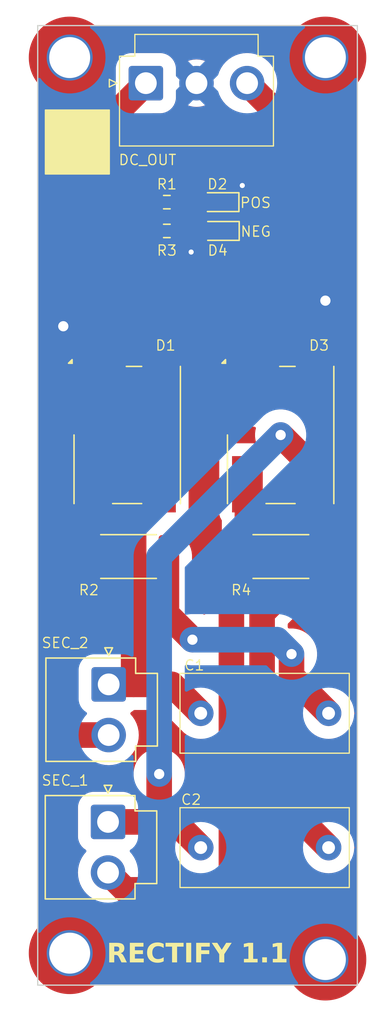
<source format=kicad_pcb>
(kicad_pcb (version 20240108) (generator "pcbnew") (generator_version "8.0")
  (layers (0 "F.Cu" signal) (31 "B.Cu" signal) (34 "B.Paste" user) (35 "F.Paste" user) (36 "B.SilkS" user "B.Silkscreen") (37 "F.SilkS" user "F.Silkscreen") (38 "B.Mask" user) (39 "F.Mask" user) (44 "Edge.Cuts" user))
  (net 0 "")
  (net 1 "PGND")
  (net 2 "VPOUT")
  (net 3 "VPOS")
  (net 4 "VNEGNEG")
  (net 5 "Net-(C1-Pad2)")
  (net 6 "VMOUT")
  (net 7 "Net-(C2-Pad2)")
  (net 8 "Net-(D2-A)")
  (net 9 "VNEG")
  (net 10 "VPOSNEG")
  (net 11 "Net-(D4-A)")
  (footprint "LED_SMD:LED_0603_1608Metric_Pad1.05x0.95mm_HandSolder" (layer "F.Cu") (at 114.1 96.05 180)
    (property "Reference" "D4" (at 0.025 -1.53 0) (layer "F.SilkS") (effects (font (size 0.8 0.8) (thickness 0.1))))
    (property "Value" "BLUE")
    (fp_line (start 0.8 -0.735) (end -1.66 -0.735) (stroke (width 0.12)) (layer "F.SilkS"))
    (fp_line (start -1.66 0.735) (end 0.8 0.735) (stroke (width 0.12)) (layer "F.SilkS"))
    (fp_line (start -1.66 -0.735) (end -1.66 0.735) (stroke (width 0.12)) (layer "F.SilkS"))
    (pad "1" smd roundrect (at -0.875 0 180) (size 1.05 0.95) (layers "F.Cu" "F.Paste" "F.Mask") (net 6 "VMOUT"))
    (pad "2" smd roundrect (at 0.875 0 180) (size 1.05 0.95) (layers "F.Cu" "F.Paste" "F.Mask") (net 11 "Net-(D4-A)"))
  )
  (footprint "MountingHole:MountingHole_3.2mm_M3_Pad_TopOnly" (layer "F.Cu") (at 122.5 82.5)
    (property "Reference" "H4" (hide yes))
    (property "Value" "MountingHole")
    (pad "1" thru_hole circle (at 0 0) (size 3.6 3.6) (drill 3.2) (layers "*.Cu" "*.Mask"))
    (pad "1" connect circle (at 0 0) (size 6.4 6.4) (layers "F.Cu" "F.Mask"))
  )
  (footprint "Connector_JST:JST_VH_B2P-VH-B_1x02_P3.96mm_Vertical" (layer "F.Cu") (at 105.5 142.2425 -90)
    (property "Reference" "J3" (hide yes))
    (property "Value" "Conn_01x02_Male")
    (fp_line (start -2.06 4.91) (end -2.06 -2.11) (stroke (width 0.12)) (layer "F.SilkS"))
    (fp_line (start 6.02 4.91) (end -2.06 4.91) (stroke (width 0.12)) (layer "F.SilkS"))
    (fp_line (start -2.86 0.3) (end -2.86 -0.3) (stroke (width 0.12)) (layer "F.SilkS"))
    (fp_line (start -2.26 0) (end -2.86 0.3) (stroke (width 0.12)) (layer "F.SilkS"))
    (fp_line (start -2.86 -0.3) (end -2.26 0) (stroke (width 0.12)) (layer "F.SilkS"))
    (fp_line (start -2.06 -2.11) (end -0.86 -2.11) (stroke (width 0.12)) (layer "F.SilkS"))
    (fp_line (start -0.86 -2.11) (end -0.86 -3.81) (stroke (width 0.12)) (layer "F.SilkS"))
    (fp_line (start 4.82 -2.11) (end 6.02 -2.11) (stroke (width 0.12)) (layer "F.SilkS"))
    (fp_line (start 6.02 -2.11) (end 6.02 4.91) (stroke (width 0.12)) (layer "F.SilkS"))
    (fp_line (start -0.86 -3.81) (end 4.82 -3.81) (stroke (width 0.12)) (layer "F.SilkS"))
    (fp_line (start 4.82 -3.81) (end 4.82 -2.11) (stroke (width 0.12)) (layer "F.SilkS"))
    (pad "1" thru_hole roundrect (at 0 0 270) (size 2.7 2.7) (drill 1.7) (layers "*.Cu" "*.Mask") (roundrect_rratio 0.09259296296) (net 9 "VNEG"))
    (pad "2" thru_hole circle (at 3.96 0 270) (size 2.7 2.7) (drill 1.7) (layers "*.Cu" "*.Mask") (net 4 "VNEGNEG"))
  )
  (footprint "MountingHole:MountingHole_3.2mm_M3_Pad_TopOnly" (layer "F.Cu") (at 102.5 152.5)
    (property "Reference" "H2" (hide yes))
    (property "Value" "MountingHole")
    (pad "1" thru_hole circle (at 0 0) (size 3.6 3.6) (drill 3.2) (layers "*.Cu" "*.Mask"))
    (pad "1" connect circle (at 0 0) (size 6.4 6.4) (layers "F.Cu" "F.Mask"))
  )
  (footprint "Resistor_SMD:R_2512_6332Metric" (layer "F.Cu") (at 107.105 121.5 180)
    (property "Reference" "R2" (at 3.105 -2.62 0) (layer "F.SilkS") (effects (font (size 0.8 0.8) (thickness 0.1))))
    (property "Value" "10R 2W")
    (fp_line (start -2.177064 1.71) (end 2.177064 1.71) (stroke (width 0.12)) (layer "F.SilkS"))
    (fp_line (start -2.177064 -1.71) (end 2.177064 -1.71) (stroke (width 0.12)) (layer "F.SilkS"))
    (pad "1" smd roundrect (at -2.9625 0 180) (size 1.225 3.35) (layers "F.Cu" "F.Paste" "F.Mask") (roundrect_rratio 0.204082) (net 5 "Net-(C1-Pad2)"))
    (pad "2" smd roundrect (at 2.9625 0 180) (size 1.225 3.35) (layers "F.Cu" "F.Paste" "F.Mask") (roundrect_rratio 0.204082) (net 10 "VPOSNEG"))
  )
  (footprint "Capacitor_THT:C_Rect_L13.0mm_W6.0mm_P10.00mm_FKS3_FKP3_MKS4" (layer "F.Cu") (at 112.75 133.75)
    (property "Reference" "C1" (at -0.5 -3.75 0) (layer "F.SilkS") (effects (font (size 0.8 0.8) (thickness 0.1))))
    (property "Value" "100N")
    (fp_line (start -1.62 -3.12) (end -1.62 3.12) (stroke (width 0.1)) (layer "F.SilkS"))
    (fp_line (start -1.62 -3.12) (end 11.62 -3.12) (stroke (width 0.1)) (layer "F.SilkS"))
    (fp_line (start -1.62 3.12) (end 11.62 3.12) (stroke (width 0.1)) (layer "F.SilkS"))
    (fp_line (start 11.62 -3.12) (end 11.62 3.12) (stroke (width 0.1)) (layer "F.SilkS"))
    (pad "1" thru_hole circle (at 0 0) (size 2 2) (drill 1) (layers "*.Cu" "*.Mask") (net 3 "VPOS"))
    (pad "2" thru_hole circle (at 10 0) (size 2 2) (drill 1) (layers "*.Cu" "*.Mask") (net 5 "Net-(C1-Pad2)"))
  )
  (footprint "Connector_JST:JST_VH_B2P-VH-B_1x02_P3.96mm_Vertical" (layer "F.Cu") (at 105.55 131.4925 -90)
    (property "Reference" "J2" (hide yes))
    (property "Value" "Conn_01x02_Male")
    (fp_line (start -2.06 4.91) (end -2.06 -2.11) (stroke (width 0.12)) (layer "F.SilkS"))
    (fp_line (start 6.02 4.91) (end -2.06 4.91) (stroke (width 0.12)) (layer "F.SilkS"))
    (fp_line (start -2.86 0.3) (end -2.86 -0.3) (stroke (width 0.12)) (layer "F.SilkS"))
    (fp_line (start -2.26 0) (end -2.86 0.3) (stroke (width 0.12)) (layer "F.SilkS"))
    (fp_line (start -2.86 -0.3) (end -2.26 0) (stroke (width 0.12)) (layer "F.SilkS"))
    (fp_line (start -2.06 -2.11) (end -0.86 -2.11) (stroke (width 0.12)) (layer "F.SilkS"))
    (fp_line (start -0.86 -2.11) (end -0.86 -3.81) (stroke (width 0.12)) (layer "F.SilkS"))
    (fp_line (start 4.82 -2.11) (end 6.02 -2.11) (stroke (width 0.12)) (layer "F.SilkS"))
    (fp_line (start 6.02 -2.11) (end 6.02 4.91) (stroke (width 0.12)) (layer "F.SilkS"))
    (fp_line (start -0.86 -3.81) (end 4.82 -3.81) (stroke (width 0.12)) (layer "F.SilkS"))
    (fp_line (start 4.82 -3.81) (end 4.82 -2.11) (stroke (width 0.12)) (layer "F.SilkS"))
    (pad "1" thru_hole roundrect (at 0 0 270) (size 2.7 2.7) (drill 1.7) (layers "*.Cu" "*.Mask") (roundrect_rratio 0.09259296296) (net 3 "VPOS"))
    (pad "2" thru_hole circle (at 3.96 0 270) (size 2.7 2.7) (drill 1.7) (layers "*.Cu" "*.Mask") (net 10 "VPOSNEG"))
  )
  (footprint "Resistor_SMD:R_0603_1608Metric_Pad0.98x0.95mm_HandSolder" (layer "F.Cu") (at 110.1 96.05)
    (property "Reference" "R3" (at 0 1.53 0) (layer "F.SilkS") (effects (font (size 0.8 0.8) (thickness 0.1))))
    (property "Value" "16K")
    (fp_line (start -0.254724 -0.5225) (end 0.254724 -0.5225) (stroke (width 0.12)) (layer "F.SilkS"))
    (fp_line (start -0.254724 0.5225) (end 0.254724 0.5225) (stroke (width 0.12)) (layer "F.SilkS"))
    (pad "1" smd roundrect (at -0.9125 0) (size 0.975 0.95) (layers "F.Cu" "F.Paste" "F.Mask") (net 1 "PGND"))
    (pad "2" smd roundrect (at 0.9125 0) (size 0.975 0.95) (layers "F.Cu" "F.Paste" "F.Mask") (net 11 "Net-(D4-A)"))
  )
  (footprint "Resistor_SMD:R_0603_1608Metric_Pad0.98x0.95mm_HandSolder" (layer "F.Cu") (at 110.1 93.8)
    (property "Reference" "R1" (at 0 -1.4 0) (layer "F.SilkS") (effects (font (size 0.8 0.8) (thickness 0.1))))
    (property "Value" "16K")
    (fp_line (start -0.254724 -0.5225) (end 0.254724 -0.5225) (stroke (width 0.12)) (layer "F.SilkS"))
    (fp_line (start -0.254724 0.5225) (end 0.254724 0.5225) (stroke (width 0.12)) (layer "F.SilkS"))
    (pad "1" smd roundrect (at -0.9125 0) (size 0.975 0.95) (layers "F.Cu" "F.Paste" "F.Mask") (net 2 "VPOUT"))
    (pad "2" smd roundrect (at 0.9125 0) (size 0.975 0.95) (layers "F.Cu" "F.Paste" "F.Mask") (net 8 "Net-(D2-A)"))
  )
  (footprint "Capacitor_THT:C_Rect_L13.0mm_W6.0mm_P10.00mm_FKS3_FKP3_MKS4" (layer "F.Cu") (at 112.75 144.25)
    (property "Reference" "C2" (at -0.75 -3.75 0) (layer "F.SilkS") (effects (font (size 0.8 0.8) (thickness 0.1))))
    (property "Value" "100N")
    (fp_line (start -1.62 -3.12) (end -1.62 3.12) (stroke (width 0.1)) (layer "F.SilkS"))
    (fp_line (start -1.62 -3.12) (end 11.62 -3.12) (stroke (width 0.1)) (layer "F.SilkS"))
    (fp_line (start -1.62 3.12) (end 11.62 3.12) (stroke (width 0.1)) (layer "F.SilkS"))
    (fp_line (start 11.62 -3.12) (end 11.62 3.12) (stroke (width 0.1)) (layer "F.SilkS"))
    (pad "1" thru_hole circle (at 0 0) (size 2 2) (drill 1) (layers "*.Cu" "*.Mask") (net 9 "VNEG"))
    (pad "2" thru_hole circle (at 10 0) (size 2 2) (drill 1) (layers "*.Cu" "*.Mask") (net 7 "Net-(C2-Pad2)"))
  )
  (footprint "Diode_SMD:Diode_Bridge_Bourns_CD-DF4xxS" (layer "F.Cu") (at 107 112)
    (property "Reference" "D1" (at 3 -7 0) (layer "F.SilkS") (effects (font (size 0.8 0.8) (thickness 0.1))))
    (property "Value" "652-CD-DF408SL")
    (fp_line (start -4.16 0) (end -4.16 5.36) (stroke (width 0.12)) (layer "F.SilkS"))
    (fp_line (start -1.14 5.36) (end 1.13 5.36) (stroke (width 0.12)) (layer "F.SilkS"))
    (fp_line (start -0.07 -5.36) (end 1.13 -5.36) (stroke (width 0.12)) (layer "F.SilkS"))
    (fp_line (start 4.16 -5.36) (end 4.16 5.36) (stroke (width 0.12)) (layer "F.SilkS"))
    (fp_poly (pts (xy -4.31 -5.61) (xy -4.59 -5.61) (xy -4.31 -5.89) (xy -4.31 -5.61)) (stroke (width 0.12)) (fill solid) (layer "F.SilkS"))
    (pad "1" smd rect (at 2.6 -3.85) (size 2.4 4.4) (layers "F.Cu" "F.Paste" "F.Mask") (net 2 "VPOUT"))
    (pad "2" smd rect (at 2.6 3.85) (size 2.4 4.4) (layers "F.Cu" "F.Paste" "F.Mask") (net 3 "VPOS"))
    (pad "3" smd rect (at -2.6 -3.85) (size 2.4 4.4) (layers "F.Cu" "F.Paste" "F.Mask") (net 1 "PGND"))
    (pad "4" smd rect (at -2.6 3.85) (size 2.4 4.4) (layers "F.Cu" "F.Paste" "F.Mask") (net 10 "VPOSNEG"))
  )
  (footprint "Diode_SMD:Diode_Bridge_Bourns_CD-DF4xxS" (layer "F.Cu") (at 119 112)
    (property "Reference" "D3" (at 3 -7 0) (layer "F.SilkS") (effects (font (size 0.8 0.8) (thickness 0.1))))
    (property "Value" "652-CD-DF408SL")
    (fp_line (start -4.16 0) (end -4.16 5.36) (stroke (width 0.12)) (layer "F.SilkS"))
    (fp_line (start -1.14 5.36) (end 1.13 5.36) (stroke (width 0.12)) (layer "F.SilkS"))
    (fp_line (start -0.07 -5.36) (end 1.13 -5.36) (stroke (width 0.12)) (layer "F.SilkS"))
    (fp_line (start 4.16 -5.36) (end 4.16 5.36) (stroke (width 0.12)) (layer "F.SilkS"))
    (fp_poly (pts (xy -4.31 -5.61) (xy -4.59 -5.61) (xy -4.31 -5.89) (xy -4.31 -5.61)) (stroke (width 0.12)) (fill solid) (layer "F.SilkS"))
    (pad "1" smd rect (at 2.6 -3.85) (size 2.4 4.4) (layers "F.Cu" "F.Paste" "F.Mask") (net 1 "PGND"))
    (pad "2" smd rect (at 2.6 3.85) (size 2.4 4.4) (layers "F.Cu" "F.Paste" "F.Mask") (net 9 "VNEG"))
    (pad "3" smd rect (at -2.6 -3.85) (size 2.4 4.4) (layers "F.Cu" "F.Paste" "F.Mask") (net 6 "VMOUT"))
    (pad "4" smd rect (at -2.6 3.85) (size 2.4 4.4) (layers "F.Cu" "F.Paste" "F.Mask") (net 4 "VNEGNEG"))
  )
  (footprint "LED_SMD:LED_0603_1608Metric_Pad1.05x0.95mm_HandSolder" (layer "F.Cu") (at 114.075 93.8 180)
    (property "Reference" "D2" (at 0.025 1.4 0) (layer "F.SilkS") (effects (font (size 0.8 0.8) (thickness 0.1))))
    (property "Value" "YELLOW")
    (fp_line (start 0.8 -0.735) (end -1.66 -0.735) (stroke (width 0.12)) (layer "F.SilkS"))
    (fp_line (start -1.66 0.735) (end 0.8 0.735) (stroke (width 0.12)) (layer "F.SilkS"))
    (fp_line (start -1.66 -0.735) (end -1.66 0.735) (stroke (width 0.12)) (layer "F.SilkS"))
    (pad "1" smd roundrect (at -0.875 0 180) (size 1.05 0.95) (layers "F.Cu" "F.Paste" "F.Mask") (net 1 "PGND"))
    (pad "2" smd roundrect (at 0.875 0 180) (size 1.05 0.95) (layers "F.Cu" "F.Paste" "F.Mask") (net 8 "Net-(D2-A)"))
  )
  (footprint "MountingHole:MountingHole_3.2mm_M3_Pad_TopOnly" (layer "F.Cu") (at 122.5 153)
    (property "Reference" "H1" (hide yes))
    (property "Value" "MountingHole")
    (pad "1" thru_hole circle (at 0 0) (size 3.6 3.6) (drill 3.2) (layers "*.Cu" "*.Mask"))
    (pad "1" connect circle (at 0 0) (size 6.4 6.4) (layers "F.Cu" "F.Mask"))
  )
  (footprint "Connector_JST:JST_VH_B3P-VH_1x03_P3.96mm_Vertical" (layer "F.Cu") (at 108.4575 84.5)
    (property "Reference" "J1" (hide yes))
    (property "Value" "Conn_01x03_Male")
    (fp_line (start -2.86 -0.3) (end -2.26 0) (stroke (width 0.1)) (layer "F.SilkS"))
    (fp_line (start -2.86 0.3) (end -2.86 -0.3) (stroke (width 0.1)) (layer "F.SilkS"))
    (fp_line (start -2.26 0) (end -2.86 0.3) (stroke (width 0.1)) (layer "F.SilkS"))
    (fp_line (start -2.06 -2.11) (end -0.86 -2.11) (stroke (width 0.1)) (layer "F.SilkS"))
    (fp_line (start -2.06 4.91) (end -2.06 -2.11) (stroke (width 0.1)) (layer "F.SilkS"))
    (fp_line (start -0.86 -3.81) (end 8.78 -3.81) (stroke (width 0.1)) (layer "F.SilkS"))
    (fp_line (start -0.86 -2.11) (end -0.86 -3.81) (stroke (width 0.1)) (layer "F.SilkS"))
    (fp_line (start 8.78 -3.81) (end 8.78 -2.11) (stroke (width 0.1)) (layer "F.SilkS"))
    (fp_line (start 8.78 -2.11) (end 9.98 -2.11) (stroke (width 0.1)) (layer "F.SilkS"))
    (fp_line (start 9.98 -2.11) (end 9.98 4.91) (stroke (width 0.1)) (layer "F.SilkS"))
    (fp_line (start 9.98 4.91) (end -2.06 4.91) (stroke (width 0.1)) (layer "F.SilkS"))
    (pad "1" thru_hole roundrect (at 0 0) (size 2.7 2.7) (drill 1.7) (layers "*.Cu" "*.Mask") (roundrect_rratio 0.09259296296) (net 2 "VPOUT"))
    (pad "2" thru_hole circle (at 3.96 0) (size 2.7 2.7) (drill 1.7) (layers "*.Cu" "*.Mask") (net 1 "PGND"))
    (pad "3" thru_hole circle (at 7.92 0) (size 2.7 2.7) (drill 1.7) (layers "*.Cu" "*.Mask") (net 6 "VMOUT"))
  )
  (footprint "Resistor_SMD:R_2512_6332Metric" (layer "F.Cu") (at 119.02 121.5 180)
    (property "Reference" "R4" (at 3.105 -2.62 0) (layer "F.SilkS") (effects (font (size 0.8 0.8) (thickness 0.1))))
    (property "Value" "10R 2W")
    (fp_line (start -2.177064 1.71) (end 2.177064 1.71) (stroke (width 0.12)) (layer "F.SilkS"))
    (fp_line (start -2.177064 -1.71) (end 2.177064 -1.71) (stroke (width 0.12)) (layer "F.SilkS"))
    (pad "1" smd roundrect (at -2.9625 0 180) (size 1.225 3.35) (layers "F.Cu" "F.Paste" "F.Mask") (roundrect_rratio 0.204082) (net 7 "Net-(C2-Pad2)"))
    (pad "2" smd roundrect (at 2.9625 0 180) (size 1.225 3.35) (layers "F.Cu" "F.Paste" "F.Mask") (roundrect_rratio 0.204082) (net 4 "VNEGNEG"))
  )
  (footprint "MountingHole:MountingHole_3.2mm_M3_Pad_TopOnly" (layer "F.Cu") (at 102.5 82.5)
    (property "Reference" "H3" (hide yes))
    (property "Value" "MountingHole")
    (pad "1" thru_hole circle (at 0 0) (size 3.6 3.6) (drill 3.2) (layers "*.Cu" "*.Mask"))
    (pad "1" connect circle (at 0 0) (size 6.4 6.4) (layers "F.Cu" "F.Mask"))
  )
  (gr_rect (start 100.6 86.6) (end 105.6 91.6) (stroke (width 0.1)) (fill solid) (layer "F.SilkS"))
  (gr_line (start 100 80) (end 125 80) (stroke (width 0.1)) (layer "Edge.Cuts"))
  (gr_line (start 125 155) (end 100 155) (stroke (width 0.1)) (layer "Edge.Cuts"))
  (gr_line (start 100 155) (end 100 80) (stroke (width 0.1)) (layer "Edge.Cuts"))
  (gr_line (start 125 80) (end 125 155) (stroke (width 0.1)) (layer "Edge.Cuts"))
  (gr_text "RECTIFY 1.1" (at 112.5 152.6 0) (layer "F.SilkS") (effects (font (size 1.5 1.5) (thickness 0.1) (bold yes))))
  (gr_text "DC_OUT" (at 110.9 90.5 0) (layer "F.SilkS") (effects (font (size 0.8 0.8) (thickness 0.1)) (justify right)))
  (gr_text "SEC_2" (at 100.25 128.25 0) (layer "F.SilkS") (effects (font (size 0.8 0.8) (thickness 0.1)) (justify left)))
  (gr_text "POS" (at 118.3 93.85 0) (layer "F.SilkS") (effects (font (size 0.8 0.8) (thickness 0.1)) (justify right)))
  (gr_text "SEC_1" (at 100.25 139 0) (layer "F.SilkS") (effects (font (size 0.8 0.8) (thickness 0.1)) (justify left)))
  (gr_text "NEG\n" (at 118.3 96.1 0) (layer "F.SilkS") (effects (font (size 0.8 0.8) (thickness 0.1)) (justify right)))
  (segment (start 114.95 93.55) (end 116 92.5) (width 0.4) (layer "F.Cu") (net 1))
  (segment (start 114.95 93.8) (end 114.95 93.55) (width 0.4) (layer "F.Cu") (net 1))
  (segment (start 109.1875 96.05) (end 110.8375 97.7) (width 0.4) (layer "F.Cu") (net 1))
  (segment (start 104.4 108.15) (end 104.4 105.9) (width 2) (layer "F.Cu") (net 1))
  (segment (start 104.4 105.9) (end 102 103.5) (width 2) (layer "F.Cu") (net 1))
  (segment (start 121.6 102.4) (end 122.5 101.5) (width 2) (layer "F.Cu") (net 1))
  (segment (start 121.6 108.15) (end 121.6 102.4) (width 2) (layer "F.Cu") (net 1))
  (segment (start 110.8375 97.7) (end 112 97.7) (width 0.4) (layer "F.Cu") (net 1))
  (via (at 116 92.5) (size 0.8) (drill 0.4) (layers "F.Cu" "B.Cu") (net 1))
  (via (at 102 103.5) (size 1.5) (drill 0.8) (layers "F.Cu" "B.Cu") (net 1))
  (via (at 122.5 101.5) (size 1.5) (drill 0.8) (layers "F.Cu" "B.Cu") (net 1))
  (via (at 112 97.7) (size 0.8) (drill 0.4) (layers "F.Cu" "B.Cu") (net 1))
  (segment (start 106 94) (end 106 86.9575) (width 2) (layer "F.Cu") (net 2))
  (segment (start 106.25 93.75) (end 106 94) (width 0.4) (layer "F.Cu") (net 2))
  (segment (start 106 94) (end 106 103.55) (width 2) (layer "F.Cu") (net 2))
  (segment (start 109.1375 93.75) (end 106.25 93.75) (width 0.4) (layer "F.Cu") (net 2))
  (segment (start 106 86.9575) (end 108.4575 84.5) (width 2) (layer "F.Cu") (net 2))
  (segment (start 106 103.55) (end 109.6 107.15) (width 2) (layer "F.Cu") (net 2))
  (segment (start 109.6 107.15) (end 109.6 108.15) (width 2) (layer "F.Cu") (net 2))
  (segment (start 109.6 115.85) (end 107.5 117.95) (width 2) (layer "F.Cu") (net 3))
  (segment (start 105.55 131.4925) (end 107.5 131.4925) (width 2) (layer "F.Cu") (net 3))
  (segment (start 107.5 117.95) (end 107.5 131.4925) (width 2) (layer "F.Cu") (net 3))
  (segment (start 107.5 131.4925) (end 110.4925 131.4925) (width 2) (layer "F.Cu") (net 3))
  (segment (start 110.4925 131.4925) (end 112.75 133.75) (width 2) (layer "F.Cu") (net 3))
  (segment (start 105.5 146.2025) (end 106.85 147.5525) (width 2) (layer "F.Cu") (net 4))
  (segment (start 116.4 121.1575) (end 115.15 122.4075) (width 2) (layer "F.Cu") (net 4))
  (segment (start 115.15 146.35) (end 115.15 122.4075) (width 2) (layer "F.Cu") (net 4))
  (segment (start 115.15 122.4075) (end 116.0575 121.5) (width 2) (layer "F.Cu") (net 4))
  (segment (start 113.9475 147.5525) (end 115.15 146.35) (width 2) (layer "F.Cu") (net 4))
  (segment (start 116.4 115.85) (end 116.4 121.1575) (width 2) (layer "F.Cu") (net 4))
  (segment (start 106.85 147.5525) (end 113.9475 147.5525) (width 2) (layer "F.Cu") (net 4))
  (segment (start 110.0675 125.9675) (end 112.1 128) (width 2) (layer "F.Cu") (net 5))
  (segment (start 119.85 130.85) (end 119.85 129.126346) (width 2) (layer "F.Cu") (net 5))
  (segment (start 122.75 133.75) (end 119.85 130.85) (width 2) (layer "F.Cu") (net 5))
  (segment (start 110.0675 121.5) (end 110.0675 125.9675) (width 2) (layer "F.Cu") (net 5))
  (via (at 112.1 128) (size 1.5) (drill 0.8) (layers "F.Cu" "B.Cu") (net 5))
  (via (at 119.85 129.126346) (size 1.5) (drill 0.8) (layers "F.Cu" "B.Cu") (net 5))
  (segment (start 112.1 128) (end 118.723654 128) (width 2) (layer "B.Cu") (net 5))
  (segment (start 118.723654 128) (end 119.85 129.126346) (width 2) (layer "B.Cu") (net 5))
  (segment (start 114.975 96.05) (end 118.55 96.05) (width 0.4) (layer "F.Cu") (net 6))
  (segment (start 116.3775 84.5) (end 120 88.1225) (width 2) (layer "F.Cu") (net 6))
  (segment (start 118.55 96.05) (end 120 97.5) (width 0.4) (layer "F.Cu") (net 6))
  (segment (start 116.4 101.1) (end 116.4 108.15) (width 2) (layer "F.Cu") (net 6))
  (segment (start 120 97.5) (end 116.4 101.1) (width 2) (layer "F.Cu") (net 6))
  (segment (start 120 88.1225) (end 120 97.5) (width 2) (layer "F.Cu") (net 6))
  (segment (start 117.55 125.9325) (end 117.55 139.05) (width 2) (layer "F.Cu") (net 7))
  (segment (start 117.55 139.05) (end 122.75 144.25) (width 2) (layer "F.Cu") (net 7))
  (segment (start 121.9825 121.5) (end 117.55 125.9325) (width 2) (layer "F.Cu") (net 7))
  (segment (start 113.2 93.8) (end 111.0125 93.8) (width 0.4) (layer "F.Cu") (net 8))
  (segment (start 121.6 115.85) (end 121.6 114.6) (width 2) (layer "F.Cu") (net 9))
  (segment (start 121.6 114.6) (end 119 112) (width 2) (layer "F.Cu") (net 9))
  (segment (start 109.5 142.2425) (end 109.5 138.5) (width 2) (layer "F.Cu") (net 9))
  (segment (start 105.5 142.2425) (end 109.5 142.2425) (width 2) (layer "F.Cu") (net 9))
  (segment (start 109.5 142.2425) (end 110.7425 142.2425) (width 2) (layer "F.Cu") (net 9))
  (segment (start 110.7425 142.2425) (end 112.75 144.25) (width 2) (layer "F.Cu") (net 9))
  (via (at 119 112) (size 1.5) (drill 0.8) (layers "F.Cu" "B.Cu") (net 9))
  (via (at 109.5 138.5) (size 1.5) (drill 0.8) (layers "F.Cu" "B.Cu") (net 9))
  (segment (start 109.5 121.5) (end 109.5 138.5) (width 2) (layer "B.Cu") (net 9))
  (segment (start 119 112) (end 109.5 121.5) (width 2) (layer "B.Cu") (net 9))
  (segment (start 101.5 134) (end 102.9525 135.4525) (width 2) (layer "F.Cu") (net 10))
  (segment (start 101.5 128.5) (end 101.5 134) (width 2) (layer "F.Cu") (net 10))
  (segment (start 102.9525 135.4525) (end 105.55 135.4525) (width 2) (layer "F.Cu") (net 10))
  (segment (start 104.1425 125.8575) (end 101.5 128.5) (width 2) (layer "F.Cu") (net 10))
  (segment (start 104.4 115.85) (end 104.4 121.2425) (width 2) (layer "F.Cu") (net 10))
  (segment (start 104.1425 121.5) (end 104.1425 125.8575) (width 2) (layer "F.Cu") (net 10))
  (segment (start 104.4 121.2425) (end 104.1425 121.5) (width 2) (layer "F.Cu") (net 10))
  (segment (start 113.225 96.05) (end 111.0125 96.05) (width 0.4) (layer "F.Cu") (net 11))
  (zone (net 1) (net_name "PGND") (layer "F.Cu") (priority 1) (connect_pads (clearance 1)) (min_thickness 0.25) (fill yes (thermal_gap 0.5) (thermal_bridge_width 0.5))
    (polygon (pts (xy 98.1 78) (xy 126.4 78) (xy 126.4 157.9) (xy 126.3 158) (xy 98.2 158) (xy 97.7 157.5) (xy 97.7 78.4)))
  )
  (zone (net 1) (net_name "PGND") (layer "B.Cu") (connect_pads (clearance 1)) (min_thickness 0.254) (fill yes (thermal_gap 0.508) (thermal_bridge_width 1.5))
    (polygon (pts (xy 125.9 95.35) (xy 125.8 95.35) (xy 125.8 155.9) (xy 97.05 155.9) (xy 97.05 95.35) (xy 98.65 95.35) (xy 98.65 79.05) (xy 125.9 79.05)))
  )
)
</source>
